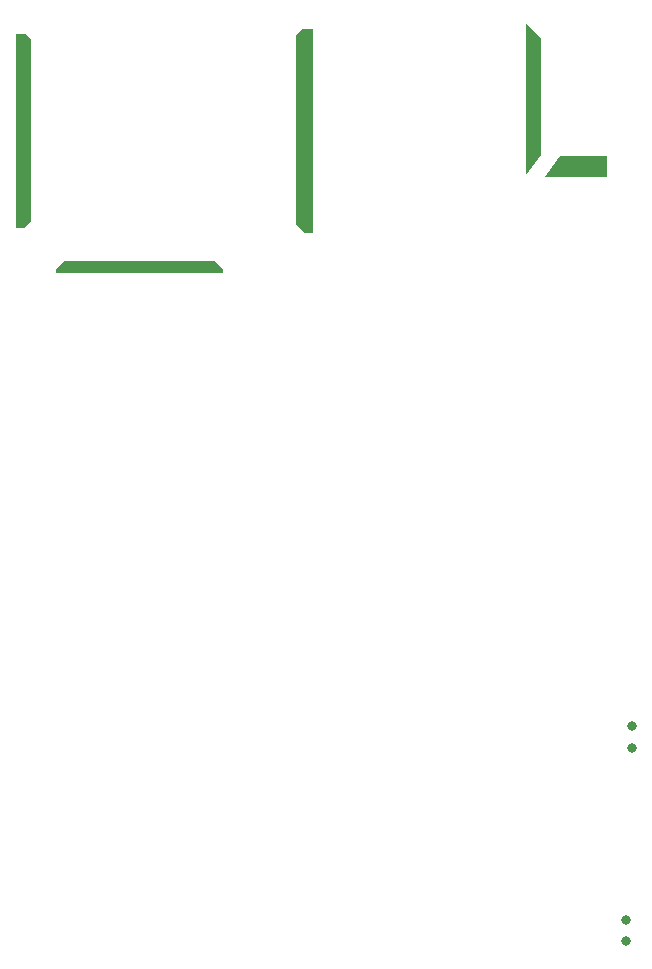
<source format=gbr>
%TF.GenerationSoftware,Altium Limited,Altium Designer,24.3.1 (35)*%
G04 Layer_Color=0*
%FSLAX45Y45*%
%MOMM*%
%TF.SameCoordinates,335D41A4-EFD6-4B0F-B868-2B534B1C8AB3*%
%TF.FilePolarity,Positive*%
%TF.FileFunction,NonPlated,1,2,NPTH,Drill*%
%TF.Part,Single*%
G01*
G75*
%TA.AperFunction,ComponentDrill*%
%ADD93C,0.80000*%
G36*
X8356600Y11188700D02*
X8407400Y11239500D01*
X8496300D01*
Y9512300D01*
X8432800D01*
X8356600Y9588500D01*
Y11188700D01*
D02*
G37*
G36*
X10591800Y10160000D02*
X10464800Y9982200D01*
X10985500D01*
Y10160000D01*
X10591800D01*
D02*
G37*
G36*
X6388100Y9271000D02*
X6324600Y9207500D01*
Y9169400D01*
X7734300D01*
Y9207500D01*
X7670800Y9271000D01*
X7645400D01*
X6388100D01*
D02*
G37*
G36*
X10299700Y11287752D02*
X10426700Y11160752D01*
Y10175248D01*
X10299700Y10004682D01*
Y11287752D01*
D02*
G37*
G36*
X5981700Y11195050D02*
X6070600D01*
X6108700Y11156950D01*
Y9607550D01*
X6070600Y9569450D01*
X6057900Y9556750D01*
X5981700D01*
Y11195050D01*
D02*
G37*
D93*
X11201400Y5154000D02*
D03*
Y5334000D02*
D03*
X11150600Y3515695D02*
D03*
Y3695700D02*
D03*
%TF.MD5,1c9a97ae98b6fb90dc741248a95750a8*%
M02*

</source>
